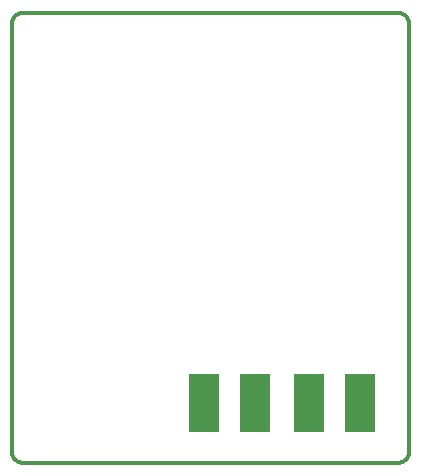
<source format=gbp>
G75*
%MOIN*%
%OFA0B0*%
%FSLAX24Y24*%
%IPPOS*%
%LPD*%
%AMOC8*
5,1,8,0,0,1.08239X$1,22.5*
%
%ADD10C,0.0120*%
%ADD11R,0.1043X0.1969*%
D10*
X000180Y000555D02*
X000180Y014805D01*
X000182Y014842D01*
X000187Y014878D01*
X000196Y014914D01*
X000209Y014949D01*
X000224Y014982D01*
X000243Y015013D01*
X000265Y015043D01*
X000290Y015070D01*
X000317Y015095D01*
X000347Y015117D01*
X000378Y015136D01*
X000411Y015151D01*
X000446Y015164D01*
X000482Y015173D01*
X000518Y015178D01*
X000555Y015180D01*
X013055Y015180D01*
X013092Y015178D01*
X013128Y015173D01*
X013164Y015164D01*
X013199Y015151D01*
X013232Y015136D01*
X013263Y015117D01*
X013293Y015095D01*
X013320Y015070D01*
X013345Y015043D01*
X013367Y015013D01*
X013386Y014982D01*
X013401Y014949D01*
X013414Y014914D01*
X013423Y014878D01*
X013428Y014842D01*
X013430Y014805D01*
X013430Y000555D01*
X013428Y000518D01*
X013423Y000482D01*
X013414Y000446D01*
X013401Y000411D01*
X013386Y000378D01*
X013367Y000347D01*
X013345Y000317D01*
X013320Y000290D01*
X013293Y000265D01*
X013263Y000243D01*
X013232Y000224D01*
X013199Y000209D01*
X013164Y000196D01*
X013128Y000187D01*
X013092Y000182D01*
X013055Y000180D01*
X000555Y000180D01*
X000518Y000182D01*
X000482Y000187D01*
X000446Y000196D01*
X000411Y000209D01*
X000378Y000224D01*
X000347Y000243D01*
X000317Y000265D01*
X000290Y000290D01*
X000265Y000317D01*
X000243Y000347D01*
X000224Y000378D01*
X000209Y000411D01*
X000196Y000446D01*
X000187Y000482D01*
X000182Y000518D01*
X000180Y000555D01*
D11*
X006576Y002180D03*
X008284Y002180D03*
X010076Y002180D03*
X011784Y002180D03*
M02*

</source>
